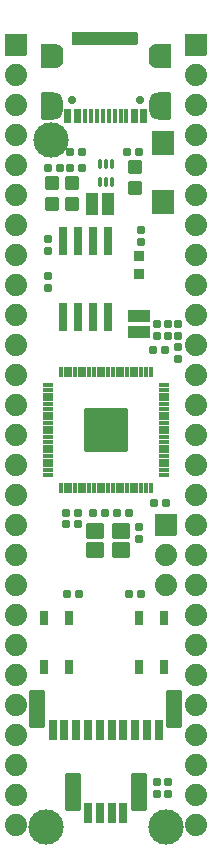
<source format=gbr>
%TF.GenerationSoftware,KiCad,Pcbnew,7.0.9-7.0.9~ubuntu22.04.1*%
%TF.CreationDate,2025-04-08T09:34:51+03:00*%
%TF.ProjectId,PICO2-BB48_Rev_A,5049434f-322d-4424-9234-385f5265765f,A*%
%TF.SameCoordinates,PX8321560PY7f50c60*%
%TF.FileFunction,Soldermask,Top*%
%TF.FilePolarity,Negative*%
%FSLAX46Y46*%
G04 Gerber Fmt 4.6, Leading zero omitted, Abs format (unit mm)*
G04 Created by KiCad (PCBNEW 7.0.9-7.0.9~ubuntu22.04.1) date 2025-04-08 09:34:51*
%MOMM*%
%LPD*%
G01*
G04 APERTURE LIST*
G04 Aperture macros list*
%AMRoundRect*
0 Rectangle with rounded corners*
0 $1 Rounding radius*
0 $2 $3 $4 $5 $6 $7 $8 $9 X,Y pos of 4 corners*
0 Add a 4 corners polygon primitive as box body*
4,1,4,$2,$3,$4,$5,$6,$7,$8,$9,$2,$3,0*
0 Add four circle primitives for the rounded corners*
1,1,$1+$1,$2,$3*
1,1,$1+$1,$4,$5*
1,1,$1+$1,$6,$7*
1,1,$1+$1,$8,$9*
0 Add four rect primitives between the rounded corners*
20,1,$1+$1,$2,$3,$4,$5,0*
20,1,$1+$1,$4,$5,$6,$7,0*
20,1,$1+$1,$6,$7,$8,$9,0*
20,1,$1+$1,$8,$9,$2,$3,0*%
G04 Aperture macros list end*
%ADD10C,3.000000*%
%ADD11RoundRect,0.050800X-0.400000X0.400000X-0.400000X-0.400000X0.400000X-0.400000X0.400000X0.400000X0*%
%ADD12RoundRect,0.050800X0.850000X-1.000000X0.850000X1.000000X-0.850000X1.000000X-0.850000X-1.000000X0*%
%ADD13RoundRect,0.050800X0.275000X-0.250000X0.275000X0.250000X-0.275000X0.250000X-0.275000X-0.250000X0*%
%ADD14RoundRect,0.050800X-0.275000X0.250000X-0.275000X-0.250000X0.275000X-0.250000X0.275000X0.250000X0*%
%ADD15RoundRect,0.050800X-0.325000X0.525000X-0.325000X-0.525000X0.325000X-0.525000X0.325000X0.525000X0*%
%ADD16RoundRect,0.050800X0.250000X0.275000X-0.250000X0.275000X-0.250000X-0.275000X0.250000X-0.275000X0*%
%ADD17RoundRect,0.050800X-0.250000X-0.275000X0.250000X-0.275000X0.250000X0.275000X-0.250000X0.275000X0*%
%ADD18RoundRect,0.050800X-0.600000X-1.550000X0.600000X-1.550000X0.600000X1.550000X-0.600000X1.550000X0*%
%ADD19RoundRect,0.050800X-0.300000X-0.775000X0.300000X-0.775000X0.300000X0.775000X-0.300000X0.775000X0*%
%ADD20C,0.701600*%
%ADD21RoundRect,0.050800X0.550000X1.100000X-0.550000X1.100000X-0.550000X-1.100000X0.550000X-1.100000X0*%
%ADD22O,1.301600X2.301600*%
%ADD23RoundRect,0.050800X0.550000X1.000000X-0.550000X1.000000X-0.550000X-1.000000X0.550000X-1.000000X0*%
%ADD24O,1.401600X2.101600*%
%ADD25RoundRect,0.050800X0.150000X0.575000X-0.150000X0.575000X-0.150000X-0.575000X0.150000X-0.575000X0*%
%ADD26RoundRect,0.050800X0.125000X0.575000X-0.125000X0.575000X-0.125000X-0.575000X0.125000X-0.575000X0*%
%ADD27RoundRect,0.050800X-0.889000X0.889000X-0.889000X-0.889000X0.889000X-0.889000X0.889000X0.889000X0*%
%ADD28C,1.879600*%
%ADD29RoundRect,0.050800X-0.900000X0.450000X-0.900000X-0.450000X0.900000X-0.450000X0.900000X0.450000X0*%
%ADD30RoundRect,0.050800X0.700000X0.600000X-0.700000X0.600000X-0.700000X-0.600000X0.700000X-0.600000X0*%
%ADD31RoundRect,0.050800X0.508000X-0.508000X0.508000X0.508000X-0.508000X0.508000X-0.508000X-0.508000X0*%
%ADD32RoundRect,0.050800X-1.800000X-1.800000X1.800000X-1.800000X1.800000X1.800000X-1.800000X1.800000X0*%
%ADD33C,1.901600*%
%ADD34RoundRect,0.050800X-0.100000X-0.390000X0.100000X-0.390000X0.100000X0.390000X-0.100000X0.390000X0*%
%ADD35RoundRect,0.050800X0.100000X-0.390000X0.100000X0.390000X-0.100000X0.390000X-0.100000X-0.390000X0*%
%ADD36RoundRect,0.050800X-0.390000X0.100000X-0.390000X-0.100000X0.390000X-0.100000X0.390000X0.100000X0*%
%ADD37RoundRect,0.050800X-0.390000X-0.100000X0.390000X-0.100000X0.390000X0.100000X-0.390000X0.100000X0*%
%ADD38RoundRect,0.050800X-0.100000X0.390000X-0.100000X-0.390000X0.100000X-0.390000X0.100000X0.390000X0*%
%ADD39RoundRect,0.050800X-0.450000X-0.900000X0.450000X-0.900000X0.450000X0.900000X-0.450000X0.900000X0*%
%ADD40RoundRect,0.050800X0.125000X-0.350000X0.125000X0.350000X-0.125000X0.350000X-0.125000X-0.350000X0*%
%ADD41RoundRect,0.050800X-0.300000X-1.100000X0.300000X-1.100000X0.300000X1.100000X-0.300000X1.100000X0*%
G04 APERTURE END LIST*
D10*
%TO.C,FID1*%
X4105000Y1420000D03*
%TD*%
D11*
%TO.C,LED1*%
X12000000Y48238000D03*
X12000000Y49762000D03*
%TD*%
D10*
%TO.C,FID3*%
X4486000Y59586000D03*
%TD*%
%TO.C,FID2*%
X14265000Y1420000D03*
%TD*%
D12*
%TO.C,D1*%
X14011000Y54292000D03*
X14011000Y59292000D03*
%TD*%
D13*
%TO.C,R18*%
X14392000Y5230000D03*
D14*
X14392000Y4214000D03*
%TD*%
D13*
%TO.C,R17*%
X13503000Y5230000D03*
D14*
X13503000Y4214000D03*
%TD*%
D15*
%TO.C,RST1*%
X6075000Y19075000D03*
X6075000Y14925000D03*
X3925000Y19075000D03*
X3925000Y14925000D03*
%TD*%
D16*
%TO.C,R5*%
X6137000Y58570000D03*
D17*
X7153000Y58570000D03*
%TD*%
%TO.C,R12*%
X11979000Y58570000D03*
D16*
X10963000Y58570000D03*
%TD*%
D18*
%TO.C,pUEXT1*%
X3350000Y11350000D03*
X14950000Y11350000D03*
D19*
X4650000Y9575000D03*
X5650000Y9575000D03*
X6650000Y9575000D03*
X7650000Y9575000D03*
X8650000Y9575000D03*
X9650000Y9575000D03*
X10650000Y9575000D03*
X11650000Y9575000D03*
X12650000Y9575000D03*
X13650000Y9575000D03*
%TD*%
D15*
%TO.C,BOOT1*%
X14075000Y19075000D03*
X14075000Y14925000D03*
X11925000Y19075000D03*
X11925000Y14925000D03*
%TD*%
D14*
%TO.C,R15*%
X12106000Y50950000D03*
D13*
X12106000Y51966000D03*
%TD*%
D20*
%TO.C,USB-C1*%
X6260000Y62970000D03*
X12040000Y62970000D03*
D21*
X4222400Y62470000D03*
D22*
X4830000Y62470000D03*
X13470000Y62470000D03*
D21*
X14077600Y62470000D03*
D23*
X4222400Y66650000D03*
D24*
X4830000Y66650000D03*
X13470000Y66650000D03*
D23*
X14077600Y66650000D03*
D25*
X12475000Y61568000D03*
X11675000Y61568000D03*
D26*
X10400000Y61568000D03*
X9400000Y61568000D03*
X8900000Y61568000D03*
X7900000Y61568000D03*
D25*
X6625000Y61568000D03*
X5825000Y61568000D03*
X6075000Y61568000D03*
X6875000Y61568000D03*
D26*
X7400000Y61568000D03*
X8400000Y61568000D03*
X9900000Y61568000D03*
X10900000Y61568000D03*
D25*
X11425000Y61568000D03*
X12225000Y61568000D03*
%TD*%
D17*
%TO.C,R13*%
X5248000Y57173000D03*
D16*
X4232000Y57173000D03*
%TD*%
D13*
%TO.C,C14*%
X13503000Y43965000D03*
D14*
X13503000Y42949000D03*
%TD*%
D27*
%TO.C,SWD1*%
X14265000Y26940000D03*
D28*
X14265000Y24400000D03*
X14265000Y21860000D03*
%TD*%
D29*
%TO.C,L1*%
X11979000Y44665000D03*
X11979000Y43265000D03*
%TD*%
D17*
%TO.C,R2*%
X6899000Y21105000D03*
D16*
X5883000Y21105000D03*
%TD*%
D30*
%TO.C,Q1*%
X10412000Y26477000D03*
X8212000Y24877000D03*
X10412000Y24877000D03*
X8212000Y26477000D03*
%TD*%
D17*
%TO.C,C21*%
X9058000Y27963000D03*
D16*
X8042000Y27963000D03*
%TD*%
D13*
%TO.C,FB1*%
X15281000Y43965000D03*
D14*
X15281000Y42949000D03*
%TD*%
D31*
%TO.C,C22*%
X11598000Y55522000D03*
X11598000Y57300000D03*
%TD*%
D16*
%TO.C,C2*%
X13249000Y28852000D03*
D17*
X14265000Y28852000D03*
%TD*%
D32*
%TO.C,U3*%
X9150000Y35000000D03*
D33*
X9150000Y35000000D03*
D34*
X5350000Y39896500D03*
X5750000Y39896500D03*
X6150000Y39896500D03*
X6550000Y39896500D03*
X6950000Y39896500D03*
X7350000Y39896500D03*
X7750000Y39896500D03*
X8150000Y39896500D03*
X8550000Y39896500D03*
X8950000Y39896500D03*
X9350000Y39896500D03*
X9750000Y39896500D03*
X10150000Y39896500D03*
X10550000Y39896500D03*
X10950000Y39896500D03*
D35*
X11350000Y39896500D03*
X11750000Y39896500D03*
X12150000Y39896500D03*
X12550000Y39896500D03*
X12950000Y39896500D03*
D36*
X14046500Y38800000D03*
X14046500Y38400000D03*
X14046500Y38000000D03*
X14046500Y37600000D03*
X14046500Y37200000D03*
X14046500Y36800000D03*
X14046500Y36400000D03*
X14046500Y36000000D03*
X14046500Y35600000D03*
X14046500Y35200000D03*
X14046500Y34800000D03*
X14046500Y34400000D03*
X14046500Y34000000D03*
X14046500Y33600000D03*
X14046500Y33200000D03*
D37*
X14046500Y32800000D03*
X14046500Y32400000D03*
X14046500Y32000000D03*
X14046500Y31600000D03*
X14046500Y31200000D03*
D38*
X12950000Y30103500D03*
X12550000Y30103500D03*
X12150000Y30103500D03*
X11750000Y30103500D03*
X11350000Y30103500D03*
X10950000Y30103500D03*
X10550000Y30103500D03*
X10150000Y30103500D03*
X9750000Y30103500D03*
X9350000Y30103500D03*
D34*
X8950000Y30103500D03*
X8550000Y30103500D03*
X8150000Y30103500D03*
X7750000Y30103500D03*
X7350000Y30103500D03*
X6950000Y30103500D03*
X6550000Y30103500D03*
X6150000Y30103500D03*
X5750000Y30103500D03*
X5350000Y30103500D03*
D36*
X4253500Y31200000D03*
X4253500Y31600000D03*
X4253500Y32000000D03*
X4253500Y32400000D03*
X4253500Y32800000D03*
D37*
X4253500Y33200000D03*
X4253500Y33600000D03*
X4253500Y34000000D03*
X4253500Y34400000D03*
X4253500Y34800000D03*
X4253500Y35200000D03*
X4253500Y35600000D03*
X4253500Y36000000D03*
X4253500Y36400000D03*
X4253500Y36800000D03*
X4253500Y37200000D03*
X4253500Y37600000D03*
X4253500Y38000000D03*
X4253500Y38400000D03*
X4253500Y38800000D03*
%TD*%
D39*
%TO.C,L2*%
X7977000Y54125000D03*
X9377000Y54125000D03*
%TD*%
D40*
%TO.C,U2*%
X8685000Y56042000D03*
X9185000Y56042000D03*
X9685000Y56042000D03*
X9685000Y57542000D03*
X9185000Y57542000D03*
X8685000Y57542000D03*
%TD*%
D13*
%TO.C,R3*%
X14392000Y43965000D03*
D14*
X14392000Y42949000D03*
%TD*%
D13*
%TO.C,C20*%
X11979000Y26820000D03*
D14*
X11979000Y25804000D03*
%TD*%
D17*
%TO.C,C18*%
X14138000Y41806000D03*
D16*
X13122000Y41806000D03*
%TD*%
D31*
%TO.C,C24*%
X6264000Y54125000D03*
X6264000Y55903000D03*
%TD*%
D16*
%TO.C,R11*%
X11090000Y21105000D03*
D17*
X12106000Y21105000D03*
%TD*%
D13*
%TO.C,R1*%
X4232000Y48029000D03*
D14*
X4232000Y47013000D03*
%TD*%
%TO.C,C1*%
X4232000Y50188000D03*
D13*
X4232000Y51204000D03*
%TD*%
D41*
%TO.C,U1*%
X5502000Y44540000D03*
X6772000Y44540000D03*
X8042000Y44540000D03*
X9312000Y44540000D03*
X9312000Y51010000D03*
X8042000Y51010000D03*
X6772000Y51010000D03*
X5502000Y51010000D03*
%TD*%
D17*
%TO.C,R9*%
X11090000Y27963000D03*
D16*
X10074000Y27963000D03*
%TD*%
D31*
%TO.C,C25*%
X4613000Y54125000D03*
X4613000Y55903000D03*
%TD*%
D16*
%TO.C,R14*%
X6137000Y57173000D03*
D17*
X7153000Y57173000D03*
%TD*%
D18*
%TO.C,QWST1*%
X6350000Y4350000D03*
X11950000Y4350000D03*
D19*
X7650000Y2575000D03*
X8650000Y2575000D03*
X9650000Y2575000D03*
X10650000Y2575000D03*
%TD*%
D13*
%TO.C,C19*%
X15281000Y42060000D03*
D14*
X15281000Y41044000D03*
%TD*%
D16*
%TO.C,C6*%
X5756000Y27074000D03*
D17*
X6772000Y27074000D03*
%TD*%
D16*
%TO.C,C5*%
X5756000Y27963000D03*
D17*
X6772000Y27963000D03*
%TD*%
D27*
%TO.C,EXT2*%
X16805000Y67587000D03*
D28*
X16805000Y65047000D03*
X16805000Y62507000D03*
X16805000Y59967000D03*
X16805000Y57427000D03*
X16805000Y54887000D03*
X16805000Y52347000D03*
X16805000Y49807000D03*
X16805000Y47267000D03*
X16805000Y44727000D03*
X16805000Y42187000D03*
X16805000Y39647000D03*
X16805000Y37107000D03*
X16805000Y34567000D03*
X16805000Y32027000D03*
X16805000Y29487000D03*
X16805000Y26947000D03*
X16805000Y24407000D03*
X16805000Y21867000D03*
X16805000Y19327000D03*
X16805000Y16787000D03*
X16805000Y14247000D03*
X16805000Y11707000D03*
X16805000Y9167000D03*
X16805000Y6627000D03*
X16805000Y4087000D03*
X16805000Y1547000D03*
%TD*%
D27*
%TO.C,EXT1*%
X1565000Y67587000D03*
D28*
X1565000Y65047000D03*
X1565000Y62507000D03*
X1565000Y59967000D03*
X1565000Y57427000D03*
X1565000Y54887000D03*
X1565000Y52347000D03*
X1565000Y49807000D03*
X1565000Y47267000D03*
X1565000Y44727000D03*
X1565000Y42187000D03*
X1565000Y39647000D03*
X1565000Y37107000D03*
X1565000Y34567000D03*
X1565000Y32027000D03*
X1565000Y29487000D03*
X1565000Y26947000D03*
X1565000Y24407000D03*
X1565000Y21867000D03*
X1565000Y19327000D03*
X1565000Y16787000D03*
X1565000Y14247000D03*
X1565000Y11707000D03*
X1565000Y9167000D03*
X1565000Y6627000D03*
X1565000Y4087000D03*
X1565000Y1547000D03*
%TD*%
G36*
X11794121Y68709998D02*
G01*
X11840614Y68656342D01*
X11852000Y68604000D01*
X11852000Y67713000D01*
X11831998Y67644879D01*
X11778342Y67598386D01*
X11726000Y67587000D01*
X6390000Y67587000D01*
X6321879Y67607002D01*
X6275386Y67660658D01*
X6264000Y67713000D01*
X6264000Y68604000D01*
X6284002Y68672121D01*
X6337658Y68718614D01*
X6390000Y68730000D01*
X11726000Y68730000D01*
X11794121Y68709998D01*
G37*
M02*

</source>
